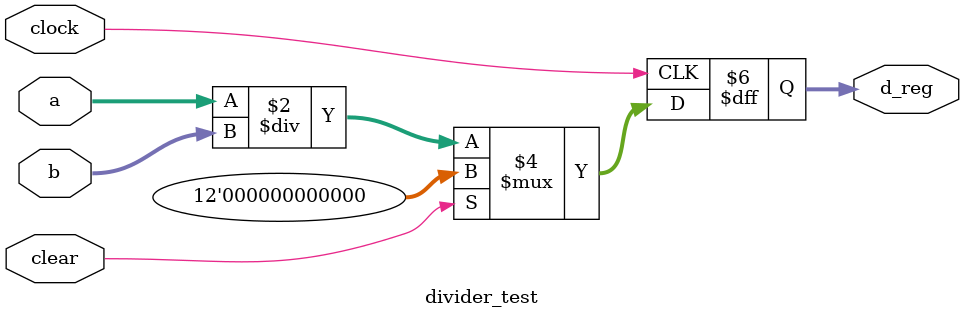
<source format=sv>
module divider_test (
    input clear,
    input clock,
    input [3:0] b,
    input [11:0] a,
    output reg [11:0] d_reg);

    always @(posedge clock)
        if (clear)
            d_reg <= 8'b00000000;
        else
          d_reg <= a / b;

endmodule

</source>
